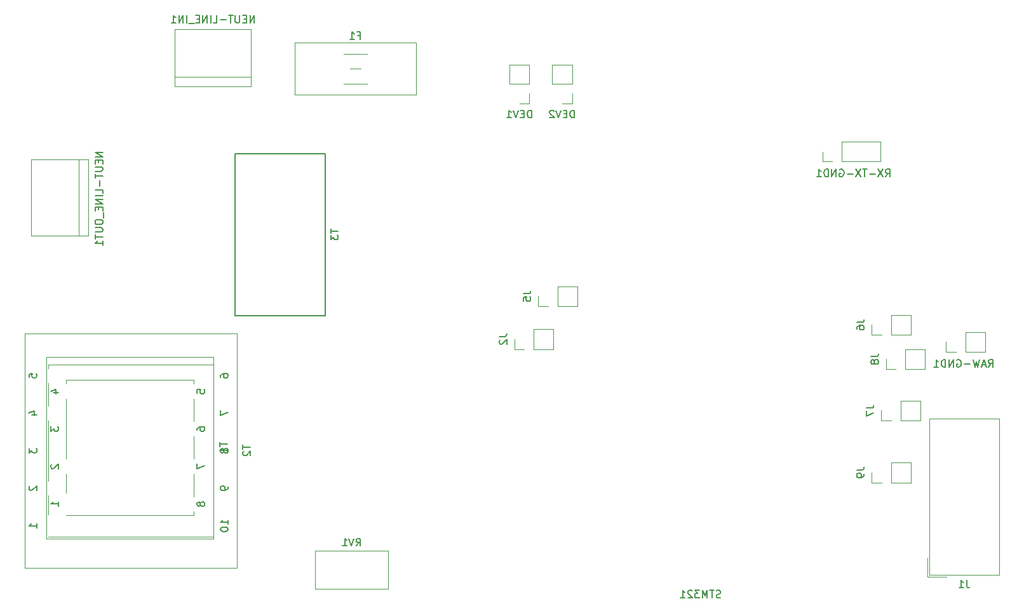
<source format=gbr>
%TF.GenerationSoftware,KiCad,Pcbnew,(6.0.0-rc1-dev-1444-gad0d9f8df)*%
%TF.CreationDate,2019-01-02T13:44:12+02:00*%
%TF.ProjectId,digiTOS-COMOD-SinBoard-routed-2,64696769-544f-4532-9d43-4f4d4f442d53,rev?*%
%TF.SameCoordinates,Original*%
%TF.FileFunction,Legend,Bot*%
%TF.FilePolarity,Positive*%
%FSLAX46Y46*%
G04 Gerber Fmt 4.6, Leading zero omitted, Abs format (unit mm)*
G04 Created by KiCad (PCBNEW (6.0.0-rc1-dev-1444-gad0d9f8df)) date 02/01/2019 13:44:12*
%MOMM*%
%LPD*%
G04 APERTURE LIST*
%ADD10C,0.120000*%
%ADD11C,0.150000*%
G04 APERTURE END LIST*
D10*
%TO.C,T1*%
X118580000Y-88080000D02*
X118580000Y-112320000D01*
X118580000Y-88080000D02*
X140820000Y-88080000D01*
X140820000Y-112320000D02*
X118580000Y-112320000D01*
X140820000Y-112320000D02*
X140820000Y-88080000D01*
X138200000Y-106700000D02*
X138200000Y-103700000D01*
X138200000Y-101700000D02*
X138200000Y-98700000D01*
X138200000Y-96700000D02*
X138200000Y-93700000D01*
X138200000Y-91700000D02*
X138200000Y-91200000D01*
X138200000Y-108700000D02*
X138200000Y-109200000D01*
X121200000Y-101700000D02*
X121200000Y-93700000D01*
X121200000Y-91200000D02*
X138200000Y-91200000D01*
X121200000Y-91700000D02*
X121200000Y-91200000D01*
X121200000Y-109200000D02*
X138200000Y-109200000D01*
X121200000Y-103700000D02*
X121200000Y-106200000D01*
%TO.C,T2*%
X115680000Y-84980000D02*
X115680000Y-116220000D01*
X115680000Y-84980000D02*
X143920000Y-84980000D01*
X143920000Y-116220000D02*
X115680000Y-116220000D01*
X143920000Y-116220000D02*
X143920000Y-84980000D01*
X140800000Y-89100000D02*
X140800000Y-89600000D01*
X118800000Y-89100000D02*
X140800000Y-89100000D01*
X118800000Y-89600000D02*
X118800000Y-89100000D01*
X140800000Y-91600000D02*
X140800000Y-94600000D01*
X140800000Y-96600000D02*
X140800000Y-99600000D01*
X140800000Y-101600000D02*
X140800000Y-104600000D01*
X140800000Y-106600000D02*
X140800000Y-109600000D01*
X140800000Y-112100000D02*
X118800000Y-112100000D01*
X140800000Y-111600000D02*
X140800000Y-112100000D01*
X118800000Y-109100000D02*
X118800000Y-106600000D01*
X118800000Y-104600000D02*
X118800000Y-96600000D01*
X118800000Y-94600000D02*
X118800000Y-91600000D01*
%TO.C,F1*%
X167840000Y-46230000D02*
X167840000Y-53170000D01*
X167840000Y-53170000D02*
X151640000Y-53170000D01*
X151640000Y-53170000D02*
X151640000Y-46230000D01*
X151640000Y-46230000D02*
X167840000Y-46230000D01*
X160490000Y-49700000D02*
X158990000Y-49700000D01*
X158140000Y-51700000D02*
X161340000Y-51700000D01*
X161340000Y-47700000D02*
X158140000Y-47700000D01*
%TO.C,NEUT-LINE_IN1*%
X135680000Y-50740000D02*
X145840000Y-50740000D01*
X135680000Y-52010000D02*
X135680000Y-44390000D01*
X135680000Y-44390000D02*
X145840000Y-44390000D01*
X145840000Y-44390000D02*
X145840000Y-52010000D01*
X145840000Y-52010000D02*
X135680000Y-52010000D01*
%TO.C,NEUT-LINE_OUT1*%
X122840000Y-71920000D02*
X122840000Y-61760000D01*
X124110000Y-71920000D02*
X116490000Y-71920000D01*
X116490000Y-71920000D02*
X116490000Y-61760000D01*
X116490000Y-61760000D02*
X124110000Y-61760000D01*
X124110000Y-61760000D02*
X124110000Y-71920000D01*
%TO.C,RAW-GND1*%
X241070000Y-84770000D02*
X241070000Y-87430000D01*
X241070000Y-84770000D02*
X243670000Y-84770000D01*
X243670000Y-84770000D02*
X243670000Y-87430000D01*
X241070000Y-87430000D02*
X243670000Y-87430000D01*
X238470000Y-87430000D02*
X239800000Y-87430000D01*
X238470000Y-86100000D02*
X238470000Y-87430000D01*
%TO.C,RX-TX-GND1*%
X224590000Y-59400000D02*
X224590000Y-62060000D01*
X224590000Y-59400000D02*
X229730000Y-59400000D01*
X229730000Y-59400000D02*
X229730000Y-62060000D01*
X224590000Y-62060000D02*
X229730000Y-62060000D01*
X221990000Y-62060000D02*
X223320000Y-62060000D01*
X221990000Y-60730000D02*
X221990000Y-62060000D01*
%TO.C,DEV1*%
X180270000Y-51730000D02*
X182930000Y-51730000D01*
X180270000Y-51730000D02*
X180270000Y-49130000D01*
X180270000Y-49130000D02*
X182930000Y-49130000D01*
X182930000Y-51730000D02*
X182930000Y-49130000D01*
X182930000Y-54330000D02*
X182930000Y-53000000D01*
X181600000Y-54330000D02*
X182930000Y-54330000D01*
%TO.C,DEV2*%
X187300000Y-54330000D02*
X188630000Y-54330000D01*
X188630000Y-54330000D02*
X188630000Y-53000000D01*
X188630000Y-51730000D02*
X188630000Y-49130000D01*
X185970000Y-49130000D02*
X188630000Y-49130000D01*
X185970000Y-51730000D02*
X185970000Y-49130000D01*
X185970000Y-51730000D02*
X188630000Y-51730000D01*
%TO.C,RV1*%
X164125000Y-113970000D02*
X154355000Y-113970000D01*
X164125000Y-119040000D02*
X154355000Y-119040000D01*
X164125000Y-113970000D02*
X164125000Y-119040000D01*
X154355000Y-113970000D02*
X154355000Y-119040000D01*
%TO.C,J1*%
X245545000Y-117150000D02*
X245545000Y-96290000D01*
X245545000Y-96290000D02*
X236195000Y-96290000D01*
X236195000Y-96290000D02*
X236195000Y-117150000D01*
X236195000Y-117150000D02*
X245545000Y-117150000D01*
X235945000Y-117400000D02*
X235945000Y-114860000D01*
X235945000Y-117400000D02*
X238485000Y-117400000D01*
D11*
%TO.C,T3*%
X143665000Y-82605000D02*
X143665000Y-61015000D01*
X143665000Y-61015000D02*
X155730000Y-61015000D01*
X155730000Y-61015000D02*
X155730000Y-82605000D01*
X155730000Y-82605000D02*
X143665000Y-82605000D01*
D10*
%TO.C,J2*%
X180915000Y-85725000D02*
X180915000Y-87055000D01*
X180915000Y-87055000D02*
X182245000Y-87055000D01*
X183515000Y-87055000D02*
X186115000Y-87055000D01*
X186115000Y-84395000D02*
X186115000Y-87055000D01*
X183515000Y-84395000D02*
X186115000Y-84395000D01*
X183515000Y-84395000D02*
X183515000Y-87055000D01*
%TO.C,J5*%
X186690000Y-78680000D02*
X186690000Y-81340000D01*
X186690000Y-78680000D02*
X189290000Y-78680000D01*
X189290000Y-78680000D02*
X189290000Y-81340000D01*
X186690000Y-81340000D02*
X189290000Y-81340000D01*
X184090000Y-81340000D02*
X185420000Y-81340000D01*
X184090000Y-80010000D02*
X184090000Y-81340000D01*
%TO.C,J6*%
X228540000Y-83820000D02*
X228540000Y-85150000D01*
X228540000Y-85150000D02*
X229870000Y-85150000D01*
X231140000Y-85150000D02*
X233740000Y-85150000D01*
X233740000Y-82490000D02*
X233740000Y-85150000D01*
X231140000Y-82490000D02*
X233740000Y-82490000D01*
X231140000Y-82490000D02*
X231140000Y-85150000D01*
%TO.C,J7*%
X232410000Y-93920000D02*
X232410000Y-96580000D01*
X232410000Y-93920000D02*
X235010000Y-93920000D01*
X235010000Y-93920000D02*
X235010000Y-96580000D01*
X232410000Y-96580000D02*
X235010000Y-96580000D01*
X229810000Y-96580000D02*
X231140000Y-96580000D01*
X229810000Y-95250000D02*
X229810000Y-96580000D01*
%TO.C,J8*%
X233045000Y-87062000D02*
X233045000Y-89722000D01*
X233045000Y-87062000D02*
X235645000Y-87062000D01*
X235645000Y-87062000D02*
X235645000Y-89722000D01*
X233045000Y-89722000D02*
X235645000Y-89722000D01*
X230445000Y-89722000D02*
X231775000Y-89722000D01*
X230445000Y-88392000D02*
X230445000Y-89722000D01*
%TO.C,J9*%
X228540000Y-103505000D02*
X228540000Y-104835000D01*
X228540000Y-104835000D02*
X229870000Y-104835000D01*
X231140000Y-104835000D02*
X233740000Y-104835000D01*
X233740000Y-102175000D02*
X233740000Y-104835000D01*
X231140000Y-102175000D02*
X233740000Y-102175000D01*
X231140000Y-102175000D02*
X231140000Y-104835000D01*
%TO.C,T1*%
D11*
X141652380Y-99438095D02*
X141652380Y-100009523D01*
X142652380Y-99723809D02*
X141652380Y-99723809D01*
X142652380Y-100866666D02*
X142652380Y-100295238D01*
X142652380Y-100580952D02*
X141652380Y-100580952D01*
X141795238Y-100485714D01*
X141890476Y-100390476D01*
X141938095Y-100295238D01*
X120152380Y-107985714D02*
X120152380Y-107414285D01*
X120152380Y-107700000D02*
X119152380Y-107700000D01*
X119295238Y-107604761D01*
X119390476Y-107509523D01*
X119438095Y-107414285D01*
X119247619Y-102414285D02*
X119200000Y-102461904D01*
X119152380Y-102557142D01*
X119152380Y-102795238D01*
X119200000Y-102890476D01*
X119247619Y-102938095D01*
X119342857Y-102985714D01*
X119438095Y-102985714D01*
X119580952Y-102938095D01*
X120152380Y-102366666D01*
X120152380Y-102985714D01*
X119152380Y-97366666D02*
X119152380Y-97985714D01*
X119533333Y-97652380D01*
X119533333Y-97795238D01*
X119580952Y-97890476D01*
X119628571Y-97938095D01*
X119723809Y-97985714D01*
X119961904Y-97985714D01*
X120057142Y-97938095D01*
X120104761Y-97890476D01*
X120152380Y-97795238D01*
X120152380Y-97509523D01*
X120104761Y-97414285D01*
X120057142Y-97366666D01*
X119485714Y-92890476D02*
X120152380Y-92890476D01*
X119104761Y-92652380D02*
X119819047Y-92414285D01*
X119819047Y-93033333D01*
X138652380Y-92938095D02*
X138652380Y-92461904D01*
X139128571Y-92414285D01*
X139080952Y-92461904D01*
X139033333Y-92557142D01*
X139033333Y-92795238D01*
X139080952Y-92890476D01*
X139128571Y-92938095D01*
X139223809Y-92985714D01*
X139461904Y-92985714D01*
X139557142Y-92938095D01*
X139604761Y-92890476D01*
X139652380Y-92795238D01*
X139652380Y-92557142D01*
X139604761Y-92461904D01*
X139557142Y-92414285D01*
X138652380Y-97890476D02*
X138652380Y-97700000D01*
X138700000Y-97604761D01*
X138747619Y-97557142D01*
X138890476Y-97461904D01*
X139080952Y-97414285D01*
X139461904Y-97414285D01*
X139557142Y-97461904D01*
X139604761Y-97509523D01*
X139652380Y-97604761D01*
X139652380Y-97795238D01*
X139604761Y-97890476D01*
X139557142Y-97938095D01*
X139461904Y-97985714D01*
X139223809Y-97985714D01*
X139128571Y-97938095D01*
X139080952Y-97890476D01*
X139033333Y-97795238D01*
X139033333Y-97604761D01*
X139080952Y-97509523D01*
X139128571Y-97461904D01*
X139223809Y-97414285D01*
X138652380Y-102366666D02*
X138652380Y-103033333D01*
X139652380Y-102604761D01*
X139080952Y-107604761D02*
X139033333Y-107509523D01*
X138985714Y-107461904D01*
X138890476Y-107414285D01*
X138842857Y-107414285D01*
X138747619Y-107461904D01*
X138700000Y-107509523D01*
X138652380Y-107604761D01*
X138652380Y-107795238D01*
X138700000Y-107890476D01*
X138747619Y-107938095D01*
X138842857Y-107985714D01*
X138890476Y-107985714D01*
X138985714Y-107938095D01*
X139033333Y-107890476D01*
X139080952Y-107795238D01*
X139080952Y-107604761D01*
X139128571Y-107509523D01*
X139176190Y-107461904D01*
X139271428Y-107414285D01*
X139461904Y-107414285D01*
X139557142Y-107461904D01*
X139604761Y-107509523D01*
X139652380Y-107604761D01*
X139652380Y-107795238D01*
X139604761Y-107890476D01*
X139557142Y-107938095D01*
X139461904Y-107985714D01*
X139271428Y-107985714D01*
X139176190Y-107938095D01*
X139128571Y-107890476D01*
X139080952Y-107795238D01*
%TO.C,T2*%
X144752380Y-99838095D02*
X144752380Y-100409523D01*
X145752380Y-100123809D02*
X144752380Y-100123809D01*
X144847619Y-100695238D02*
X144800000Y-100742857D01*
X144752380Y-100838095D01*
X144752380Y-101076190D01*
X144800000Y-101171428D01*
X144847619Y-101219047D01*
X144942857Y-101266666D01*
X145038095Y-101266666D01*
X145180952Y-101219047D01*
X145752380Y-100647619D01*
X145752380Y-101266666D01*
X117252380Y-110885714D02*
X117252380Y-110314285D01*
X117252380Y-110600000D02*
X116252380Y-110600000D01*
X116395238Y-110504761D01*
X116490476Y-110409523D01*
X116538095Y-110314285D01*
X116347619Y-105314285D02*
X116300000Y-105361904D01*
X116252380Y-105457142D01*
X116252380Y-105695238D01*
X116300000Y-105790476D01*
X116347619Y-105838095D01*
X116442857Y-105885714D01*
X116538095Y-105885714D01*
X116680952Y-105838095D01*
X117252380Y-105266666D01*
X117252380Y-105885714D01*
X116252380Y-100266666D02*
X116252380Y-100885714D01*
X116633333Y-100552380D01*
X116633333Y-100695238D01*
X116680952Y-100790476D01*
X116728571Y-100838095D01*
X116823809Y-100885714D01*
X117061904Y-100885714D01*
X117157142Y-100838095D01*
X117204761Y-100790476D01*
X117252380Y-100695238D01*
X117252380Y-100409523D01*
X117204761Y-100314285D01*
X117157142Y-100266666D01*
X116585714Y-95790476D02*
X117252380Y-95790476D01*
X116204761Y-95552380D02*
X116919047Y-95314285D01*
X116919047Y-95933333D01*
X116252380Y-90838095D02*
X116252380Y-90361904D01*
X116728571Y-90314285D01*
X116680952Y-90361904D01*
X116633333Y-90457142D01*
X116633333Y-90695238D01*
X116680952Y-90790476D01*
X116728571Y-90838095D01*
X116823809Y-90885714D01*
X117061904Y-90885714D01*
X117157142Y-90838095D01*
X117204761Y-90790476D01*
X117252380Y-90695238D01*
X117252380Y-90457142D01*
X117204761Y-90361904D01*
X117157142Y-90314285D01*
X141752380Y-90790476D02*
X141752380Y-90600000D01*
X141800000Y-90504761D01*
X141847619Y-90457142D01*
X141990476Y-90361904D01*
X142180952Y-90314285D01*
X142561904Y-90314285D01*
X142657142Y-90361904D01*
X142704761Y-90409523D01*
X142752380Y-90504761D01*
X142752380Y-90695238D01*
X142704761Y-90790476D01*
X142657142Y-90838095D01*
X142561904Y-90885714D01*
X142323809Y-90885714D01*
X142228571Y-90838095D01*
X142180952Y-90790476D01*
X142133333Y-90695238D01*
X142133333Y-90504761D01*
X142180952Y-90409523D01*
X142228571Y-90361904D01*
X142323809Y-90314285D01*
X141752380Y-95266666D02*
X141752380Y-95933333D01*
X142752380Y-95504761D01*
X142180952Y-100504761D02*
X142133333Y-100409523D01*
X142085714Y-100361904D01*
X141990476Y-100314285D01*
X141942857Y-100314285D01*
X141847619Y-100361904D01*
X141800000Y-100409523D01*
X141752380Y-100504761D01*
X141752380Y-100695238D01*
X141800000Y-100790476D01*
X141847619Y-100838095D01*
X141942857Y-100885714D01*
X141990476Y-100885714D01*
X142085714Y-100838095D01*
X142133333Y-100790476D01*
X142180952Y-100695238D01*
X142180952Y-100504761D01*
X142228571Y-100409523D01*
X142276190Y-100361904D01*
X142371428Y-100314285D01*
X142561904Y-100314285D01*
X142657142Y-100361904D01*
X142704761Y-100409523D01*
X142752380Y-100504761D01*
X142752380Y-100695238D01*
X142704761Y-100790476D01*
X142657142Y-100838095D01*
X142561904Y-100885714D01*
X142371428Y-100885714D01*
X142276190Y-100838095D01*
X142228571Y-100790476D01*
X142180952Y-100695238D01*
X142752380Y-105409523D02*
X142752380Y-105600000D01*
X142704761Y-105695238D01*
X142657142Y-105742857D01*
X142514285Y-105838095D01*
X142323809Y-105885714D01*
X141942857Y-105885714D01*
X141847619Y-105838095D01*
X141800000Y-105790476D01*
X141752380Y-105695238D01*
X141752380Y-105504761D01*
X141800000Y-105409523D01*
X141847619Y-105361904D01*
X141942857Y-105314285D01*
X142180952Y-105314285D01*
X142276190Y-105361904D01*
X142323809Y-105409523D01*
X142371428Y-105504761D01*
X142371428Y-105695238D01*
X142323809Y-105790476D01*
X142276190Y-105838095D01*
X142180952Y-105885714D01*
X142752380Y-110409523D02*
X142752380Y-109838095D01*
X142752380Y-110123809D02*
X141752380Y-110123809D01*
X141895238Y-110028571D01*
X141990476Y-109933333D01*
X142038095Y-109838095D01*
X141752380Y-111028571D02*
X141752380Y-111123809D01*
X141800000Y-111219047D01*
X141847619Y-111266666D01*
X141942857Y-111314285D01*
X142133333Y-111361904D01*
X142371428Y-111361904D01*
X142561904Y-111314285D01*
X142657142Y-111266666D01*
X142704761Y-111219047D01*
X142752380Y-111123809D01*
X142752380Y-111028571D01*
X142704761Y-110933333D01*
X142657142Y-110885714D01*
X142561904Y-110838095D01*
X142371428Y-110790476D01*
X142133333Y-110790476D01*
X141942857Y-110838095D01*
X141847619Y-110885714D01*
X141800000Y-110933333D01*
X141752380Y-111028571D01*
%TO.C,F1*%
X160073333Y-45258571D02*
X160406666Y-45258571D01*
X160406666Y-45782380D02*
X160406666Y-44782380D01*
X159930476Y-44782380D01*
X159025714Y-45782380D02*
X159597142Y-45782380D01*
X159311428Y-45782380D02*
X159311428Y-44782380D01*
X159406666Y-44925238D01*
X159501904Y-45020476D01*
X159597142Y-45068095D01*
%TO.C,NEUT-LINE_IN1*%
X146260000Y-43572380D02*
X146260000Y-42572380D01*
X145688571Y-43572380D01*
X145688571Y-42572380D01*
X145212380Y-43048571D02*
X144879047Y-43048571D01*
X144736190Y-43572380D02*
X145212380Y-43572380D01*
X145212380Y-42572380D01*
X144736190Y-42572380D01*
X144307619Y-42572380D02*
X144307619Y-43381904D01*
X144260000Y-43477142D01*
X144212380Y-43524761D01*
X144117142Y-43572380D01*
X143926666Y-43572380D01*
X143831428Y-43524761D01*
X143783809Y-43477142D01*
X143736190Y-43381904D01*
X143736190Y-42572380D01*
X143402857Y-42572380D02*
X142831428Y-42572380D01*
X143117142Y-43572380D02*
X143117142Y-42572380D01*
X142498095Y-43191428D02*
X141736190Y-43191428D01*
X140783809Y-43572380D02*
X141260000Y-43572380D01*
X141260000Y-42572380D01*
X140450476Y-43572380D02*
X140450476Y-42572380D01*
X139974285Y-43572380D02*
X139974285Y-42572380D01*
X139402857Y-43572380D01*
X139402857Y-42572380D01*
X138926666Y-43048571D02*
X138593333Y-43048571D01*
X138450476Y-43572380D02*
X138926666Y-43572380D01*
X138926666Y-42572380D01*
X138450476Y-42572380D01*
X138260000Y-43667619D02*
X137498095Y-43667619D01*
X137260000Y-43572380D02*
X137260000Y-42572380D01*
X136783809Y-43572380D02*
X136783809Y-42572380D01*
X136212380Y-43572380D01*
X136212380Y-42572380D01*
X135212380Y-43572380D02*
X135783809Y-43572380D01*
X135498095Y-43572380D02*
X135498095Y-42572380D01*
X135593333Y-42715238D01*
X135688571Y-42810476D01*
X135783809Y-42858095D01*
%TO.C,NEUT-LINE_OUT1*%
X126052380Y-60833333D02*
X125052380Y-60833333D01*
X126052380Y-61404761D01*
X125052380Y-61404761D01*
X125528571Y-61880952D02*
X125528571Y-62214285D01*
X126052380Y-62357142D02*
X126052380Y-61880952D01*
X125052380Y-61880952D01*
X125052380Y-62357142D01*
X125052380Y-62785714D02*
X125861904Y-62785714D01*
X125957142Y-62833333D01*
X126004761Y-62880952D01*
X126052380Y-62976190D01*
X126052380Y-63166666D01*
X126004761Y-63261904D01*
X125957142Y-63309523D01*
X125861904Y-63357142D01*
X125052380Y-63357142D01*
X125052380Y-63690476D02*
X125052380Y-64261904D01*
X126052380Y-63976190D02*
X125052380Y-63976190D01*
X125671428Y-64595238D02*
X125671428Y-65357142D01*
X126052380Y-66309523D02*
X126052380Y-65833333D01*
X125052380Y-65833333D01*
X126052380Y-66642857D02*
X125052380Y-66642857D01*
X126052380Y-67119047D02*
X125052380Y-67119047D01*
X126052380Y-67690476D01*
X125052380Y-67690476D01*
X125528571Y-68166666D02*
X125528571Y-68500000D01*
X126052380Y-68642857D02*
X126052380Y-68166666D01*
X125052380Y-68166666D01*
X125052380Y-68642857D01*
X126147619Y-68833333D02*
X126147619Y-69595238D01*
X125052380Y-70023809D02*
X125052380Y-70214285D01*
X125100000Y-70309523D01*
X125195238Y-70404761D01*
X125385714Y-70452380D01*
X125719047Y-70452380D01*
X125909523Y-70404761D01*
X126004761Y-70309523D01*
X126052380Y-70214285D01*
X126052380Y-70023809D01*
X126004761Y-69928571D01*
X125909523Y-69833333D01*
X125719047Y-69785714D01*
X125385714Y-69785714D01*
X125195238Y-69833333D01*
X125100000Y-69928571D01*
X125052380Y-70023809D01*
X125052380Y-70880952D02*
X125861904Y-70880952D01*
X125957142Y-70928571D01*
X126004761Y-70976190D01*
X126052380Y-71071428D01*
X126052380Y-71261904D01*
X126004761Y-71357142D01*
X125957142Y-71404761D01*
X125861904Y-71452380D01*
X125052380Y-71452380D01*
X125052380Y-71785714D02*
X125052380Y-72357142D01*
X126052380Y-72071428D02*
X125052380Y-72071428D01*
X126052380Y-73214285D02*
X126052380Y-72642857D01*
X126052380Y-72928571D02*
X125052380Y-72928571D01*
X125195238Y-72833333D01*
X125290476Y-72738095D01*
X125338095Y-72642857D01*
%TO.C,RAW-GND1*%
X244109523Y-89452380D02*
X244442857Y-88976190D01*
X244680952Y-89452380D02*
X244680952Y-88452380D01*
X244300000Y-88452380D01*
X244204761Y-88500000D01*
X244157142Y-88547619D01*
X244109523Y-88642857D01*
X244109523Y-88785714D01*
X244157142Y-88880952D01*
X244204761Y-88928571D01*
X244300000Y-88976190D01*
X244680952Y-88976190D01*
X243728571Y-89166666D02*
X243252380Y-89166666D01*
X243823809Y-89452380D02*
X243490476Y-88452380D01*
X243157142Y-89452380D01*
X242919047Y-88452380D02*
X242680952Y-89452380D01*
X242490476Y-88738095D01*
X242300000Y-89452380D01*
X242061904Y-88452380D01*
X241680952Y-89071428D02*
X240919047Y-89071428D01*
X239919047Y-88500000D02*
X240014285Y-88452380D01*
X240157142Y-88452380D01*
X240300000Y-88500000D01*
X240395238Y-88595238D01*
X240442857Y-88690476D01*
X240490476Y-88880952D01*
X240490476Y-89023809D01*
X240442857Y-89214285D01*
X240395238Y-89309523D01*
X240300000Y-89404761D01*
X240157142Y-89452380D01*
X240061904Y-89452380D01*
X239919047Y-89404761D01*
X239871428Y-89357142D01*
X239871428Y-89023809D01*
X240061904Y-89023809D01*
X239442857Y-89452380D02*
X239442857Y-88452380D01*
X238871428Y-89452380D01*
X238871428Y-88452380D01*
X238395238Y-89452380D02*
X238395238Y-88452380D01*
X238157142Y-88452380D01*
X238014285Y-88500000D01*
X237919047Y-88595238D01*
X237871428Y-88690476D01*
X237823809Y-88880952D01*
X237823809Y-89023809D01*
X237871428Y-89214285D01*
X237919047Y-89309523D01*
X238014285Y-89404761D01*
X238157142Y-89452380D01*
X238395238Y-89452380D01*
X236871428Y-89452380D02*
X237442857Y-89452380D01*
X237157142Y-89452380D02*
X237157142Y-88452380D01*
X237252380Y-88595238D01*
X237347619Y-88690476D01*
X237442857Y-88738095D01*
%TO.C,RX-TX-GND1*%
X230381904Y-64082380D02*
X230715238Y-63606190D01*
X230953333Y-64082380D02*
X230953333Y-63082380D01*
X230572380Y-63082380D01*
X230477142Y-63130000D01*
X230429523Y-63177619D01*
X230381904Y-63272857D01*
X230381904Y-63415714D01*
X230429523Y-63510952D01*
X230477142Y-63558571D01*
X230572380Y-63606190D01*
X230953333Y-63606190D01*
X230048571Y-63082380D02*
X229381904Y-64082380D01*
X229381904Y-63082380D02*
X230048571Y-64082380D01*
X229000952Y-63701428D02*
X228239047Y-63701428D01*
X227905714Y-63082380D02*
X227334285Y-63082380D01*
X227620000Y-64082380D02*
X227620000Y-63082380D01*
X227096190Y-63082380D02*
X226429523Y-64082380D01*
X226429523Y-63082380D02*
X227096190Y-64082380D01*
X226048571Y-63701428D02*
X225286666Y-63701428D01*
X224286666Y-63130000D02*
X224381904Y-63082380D01*
X224524761Y-63082380D01*
X224667619Y-63130000D01*
X224762857Y-63225238D01*
X224810476Y-63320476D01*
X224858095Y-63510952D01*
X224858095Y-63653809D01*
X224810476Y-63844285D01*
X224762857Y-63939523D01*
X224667619Y-64034761D01*
X224524761Y-64082380D01*
X224429523Y-64082380D01*
X224286666Y-64034761D01*
X224239047Y-63987142D01*
X224239047Y-63653809D01*
X224429523Y-63653809D01*
X223810476Y-64082380D02*
X223810476Y-63082380D01*
X223239047Y-64082380D01*
X223239047Y-63082380D01*
X222762857Y-64082380D02*
X222762857Y-63082380D01*
X222524761Y-63082380D01*
X222381904Y-63130000D01*
X222286666Y-63225238D01*
X222239047Y-63320476D01*
X222191428Y-63510952D01*
X222191428Y-63653809D01*
X222239047Y-63844285D01*
X222286666Y-63939523D01*
X222381904Y-64034761D01*
X222524761Y-64082380D01*
X222762857Y-64082380D01*
X221239047Y-64082380D02*
X221810476Y-64082380D01*
X221524761Y-64082380D02*
X221524761Y-63082380D01*
X221620000Y-63225238D01*
X221715238Y-63320476D01*
X221810476Y-63368095D01*
%TO.C,DEV1*%
X183219047Y-56222380D02*
X183219047Y-55222380D01*
X182980952Y-55222380D01*
X182838095Y-55270000D01*
X182742857Y-55365238D01*
X182695238Y-55460476D01*
X182647619Y-55650952D01*
X182647619Y-55793809D01*
X182695238Y-55984285D01*
X182742857Y-56079523D01*
X182838095Y-56174761D01*
X182980952Y-56222380D01*
X183219047Y-56222380D01*
X182219047Y-55698571D02*
X181885714Y-55698571D01*
X181742857Y-56222380D02*
X182219047Y-56222380D01*
X182219047Y-55222380D01*
X181742857Y-55222380D01*
X181457142Y-55222380D02*
X181123809Y-56222380D01*
X180790476Y-55222380D01*
X179933333Y-56222380D02*
X180504761Y-56222380D01*
X180219047Y-56222380D02*
X180219047Y-55222380D01*
X180314285Y-55365238D01*
X180409523Y-55460476D01*
X180504761Y-55508095D01*
%TO.C,DEV2*%
X188919047Y-56222380D02*
X188919047Y-55222380D01*
X188680952Y-55222380D01*
X188538095Y-55270000D01*
X188442857Y-55365238D01*
X188395238Y-55460476D01*
X188347619Y-55650952D01*
X188347619Y-55793809D01*
X188395238Y-55984285D01*
X188442857Y-56079523D01*
X188538095Y-56174761D01*
X188680952Y-56222380D01*
X188919047Y-56222380D01*
X187919047Y-55698571D02*
X187585714Y-55698571D01*
X187442857Y-56222380D02*
X187919047Y-56222380D01*
X187919047Y-55222380D01*
X187442857Y-55222380D01*
X187157142Y-55222380D02*
X186823809Y-56222380D01*
X186490476Y-55222380D01*
X186204761Y-55317619D02*
X186157142Y-55270000D01*
X186061904Y-55222380D01*
X185823809Y-55222380D01*
X185728571Y-55270000D01*
X185680952Y-55317619D01*
X185633333Y-55412857D01*
X185633333Y-55508095D01*
X185680952Y-55650952D01*
X186252380Y-56222380D01*
X185633333Y-56222380D01*
%TO.C,RV1*%
X159835238Y-113292380D02*
X160168571Y-112816190D01*
X160406666Y-113292380D02*
X160406666Y-112292380D01*
X160025714Y-112292380D01*
X159930476Y-112340000D01*
X159882857Y-112387619D01*
X159835238Y-112482857D01*
X159835238Y-112625714D01*
X159882857Y-112720952D01*
X159930476Y-112768571D01*
X160025714Y-112816190D01*
X160406666Y-112816190D01*
X159549523Y-112292380D02*
X159216190Y-113292380D01*
X158882857Y-112292380D01*
X158025714Y-113292380D02*
X158597142Y-113292380D01*
X158311428Y-113292380D02*
X158311428Y-112292380D01*
X158406666Y-112435238D01*
X158501904Y-112530476D01*
X158597142Y-112578095D01*
%TO.C,J1*%
X241203333Y-117856380D02*
X241203333Y-118570666D01*
X241250952Y-118713523D01*
X241346190Y-118808761D01*
X241489047Y-118856380D01*
X241584285Y-118856380D01*
X240203333Y-118856380D02*
X240774761Y-118856380D01*
X240489047Y-118856380D02*
X240489047Y-117856380D01*
X240584285Y-117999238D01*
X240679523Y-118094476D01*
X240774761Y-118142095D01*
%TO.C,T3*%
X156452380Y-71048095D02*
X156452380Y-71619523D01*
X157452380Y-71333809D02*
X156452380Y-71333809D01*
X156452380Y-71857619D02*
X156452380Y-72476666D01*
X156833333Y-72143333D01*
X156833333Y-72286190D01*
X156880952Y-72381428D01*
X156928571Y-72429047D01*
X157023809Y-72476666D01*
X157261904Y-72476666D01*
X157357142Y-72429047D01*
X157404761Y-72381428D01*
X157452380Y-72286190D01*
X157452380Y-72000476D01*
X157404761Y-71905238D01*
X157357142Y-71857619D01*
%TO.C,STM321*%
X208406666Y-120165761D02*
X208263809Y-120213380D01*
X208025714Y-120213380D01*
X207930476Y-120165761D01*
X207882857Y-120118142D01*
X207835238Y-120022904D01*
X207835238Y-119927666D01*
X207882857Y-119832428D01*
X207930476Y-119784809D01*
X208025714Y-119737190D01*
X208216190Y-119689571D01*
X208311428Y-119641952D01*
X208359047Y-119594333D01*
X208406666Y-119499095D01*
X208406666Y-119403857D01*
X208359047Y-119308619D01*
X208311428Y-119261000D01*
X208216190Y-119213380D01*
X207978095Y-119213380D01*
X207835238Y-119261000D01*
X207549523Y-119213380D02*
X206978095Y-119213380D01*
X207263809Y-120213380D02*
X207263809Y-119213380D01*
X206644761Y-120213380D02*
X206644761Y-119213380D01*
X206311428Y-119927666D01*
X205978095Y-119213380D01*
X205978095Y-120213380D01*
X205597142Y-119213380D02*
X204978095Y-119213380D01*
X205311428Y-119594333D01*
X205168571Y-119594333D01*
X205073333Y-119641952D01*
X205025714Y-119689571D01*
X204978095Y-119784809D01*
X204978095Y-120022904D01*
X205025714Y-120118142D01*
X205073333Y-120165761D01*
X205168571Y-120213380D01*
X205454285Y-120213380D01*
X205549523Y-120165761D01*
X205597142Y-120118142D01*
X204597142Y-119308619D02*
X204549523Y-119261000D01*
X204454285Y-119213380D01*
X204216190Y-119213380D01*
X204120952Y-119261000D01*
X204073333Y-119308619D01*
X204025714Y-119403857D01*
X204025714Y-119499095D01*
X204073333Y-119641952D01*
X204644761Y-120213380D01*
X204025714Y-120213380D01*
X203073333Y-120213380D02*
X203644761Y-120213380D01*
X203359047Y-120213380D02*
X203359047Y-119213380D01*
X203454285Y-119356238D01*
X203549523Y-119451476D01*
X203644761Y-119499095D01*
%TO.C,J2*%
X178927380Y-85391666D02*
X179641666Y-85391666D01*
X179784523Y-85344047D01*
X179879761Y-85248809D01*
X179927380Y-85105952D01*
X179927380Y-85010714D01*
X179022619Y-85820238D02*
X178975000Y-85867857D01*
X178927380Y-85963095D01*
X178927380Y-86201190D01*
X178975000Y-86296428D01*
X179022619Y-86344047D01*
X179117857Y-86391666D01*
X179213095Y-86391666D01*
X179355952Y-86344047D01*
X179927380Y-85772619D01*
X179927380Y-86391666D01*
%TO.C,J5*%
X182102380Y-79676666D02*
X182816666Y-79676666D01*
X182959523Y-79629047D01*
X183054761Y-79533809D01*
X183102380Y-79390952D01*
X183102380Y-79295714D01*
X182102380Y-80629047D02*
X182102380Y-80152857D01*
X182578571Y-80105238D01*
X182530952Y-80152857D01*
X182483333Y-80248095D01*
X182483333Y-80486190D01*
X182530952Y-80581428D01*
X182578571Y-80629047D01*
X182673809Y-80676666D01*
X182911904Y-80676666D01*
X183007142Y-80629047D01*
X183054761Y-80581428D01*
X183102380Y-80486190D01*
X183102380Y-80248095D01*
X183054761Y-80152857D01*
X183007142Y-80105238D01*
%TO.C,J6*%
X226552380Y-83486666D02*
X227266666Y-83486666D01*
X227409523Y-83439047D01*
X227504761Y-83343809D01*
X227552380Y-83200952D01*
X227552380Y-83105714D01*
X226552380Y-84391428D02*
X226552380Y-84200952D01*
X226600000Y-84105714D01*
X226647619Y-84058095D01*
X226790476Y-83962857D01*
X226980952Y-83915238D01*
X227361904Y-83915238D01*
X227457142Y-83962857D01*
X227504761Y-84010476D01*
X227552380Y-84105714D01*
X227552380Y-84296190D01*
X227504761Y-84391428D01*
X227457142Y-84439047D01*
X227361904Y-84486666D01*
X227123809Y-84486666D01*
X227028571Y-84439047D01*
X226980952Y-84391428D01*
X226933333Y-84296190D01*
X226933333Y-84105714D01*
X226980952Y-84010476D01*
X227028571Y-83962857D01*
X227123809Y-83915238D01*
%TO.C,J7*%
X227822380Y-94916666D02*
X228536666Y-94916666D01*
X228679523Y-94869047D01*
X228774761Y-94773809D01*
X228822380Y-94630952D01*
X228822380Y-94535714D01*
X227822380Y-95297619D02*
X227822380Y-95964285D01*
X228822380Y-95535714D01*
%TO.C,J8*%
X228457380Y-88058666D02*
X229171666Y-88058666D01*
X229314523Y-88011047D01*
X229409761Y-87915809D01*
X229457380Y-87772952D01*
X229457380Y-87677714D01*
X228885952Y-88677714D02*
X228838333Y-88582476D01*
X228790714Y-88534857D01*
X228695476Y-88487238D01*
X228647857Y-88487238D01*
X228552619Y-88534857D01*
X228505000Y-88582476D01*
X228457380Y-88677714D01*
X228457380Y-88868190D01*
X228505000Y-88963428D01*
X228552619Y-89011047D01*
X228647857Y-89058666D01*
X228695476Y-89058666D01*
X228790714Y-89011047D01*
X228838333Y-88963428D01*
X228885952Y-88868190D01*
X228885952Y-88677714D01*
X228933571Y-88582476D01*
X228981190Y-88534857D01*
X229076428Y-88487238D01*
X229266904Y-88487238D01*
X229362142Y-88534857D01*
X229409761Y-88582476D01*
X229457380Y-88677714D01*
X229457380Y-88868190D01*
X229409761Y-88963428D01*
X229362142Y-89011047D01*
X229266904Y-89058666D01*
X229076428Y-89058666D01*
X228981190Y-89011047D01*
X228933571Y-88963428D01*
X228885952Y-88868190D01*
%TO.C,J9*%
X226552380Y-103171666D02*
X227266666Y-103171666D01*
X227409523Y-103124047D01*
X227504761Y-103028809D01*
X227552380Y-102885952D01*
X227552380Y-102790714D01*
X227552380Y-103695476D02*
X227552380Y-103885952D01*
X227504761Y-103981190D01*
X227457142Y-104028809D01*
X227314285Y-104124047D01*
X227123809Y-104171666D01*
X226742857Y-104171666D01*
X226647619Y-104124047D01*
X226600000Y-104076428D01*
X226552380Y-103981190D01*
X226552380Y-103790714D01*
X226600000Y-103695476D01*
X226647619Y-103647857D01*
X226742857Y-103600238D01*
X226980952Y-103600238D01*
X227076190Y-103647857D01*
X227123809Y-103695476D01*
X227171428Y-103790714D01*
X227171428Y-103981190D01*
X227123809Y-104076428D01*
X227076190Y-104124047D01*
X226980952Y-104171666D01*
%TD*%
M02*

</source>
